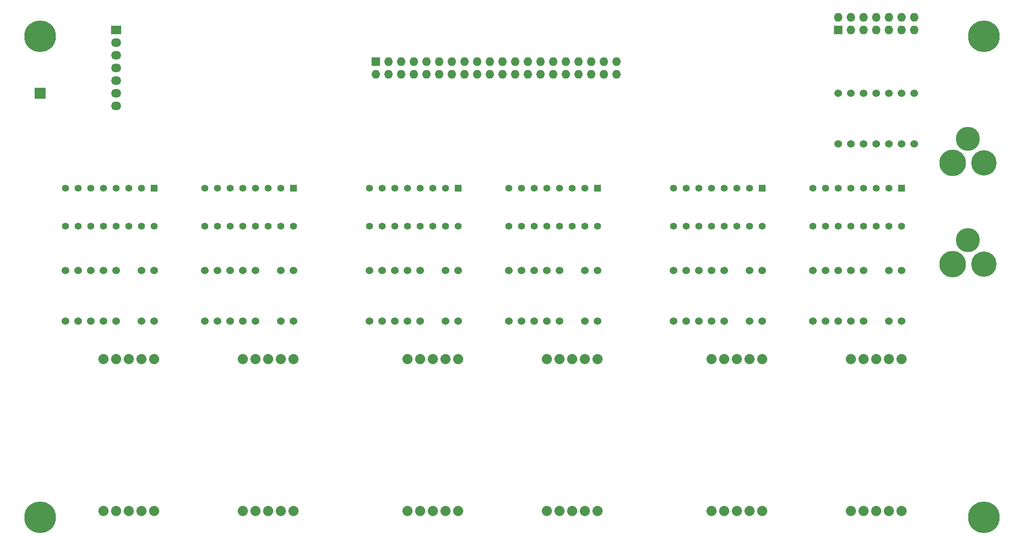
<source format=gbr>
G04 #@! TF.FileFunction,Soldermask,Bot*
%FSLAX46Y46*%
G04 Gerber Fmt 4.6, Leading zero omitted, Abs format (unit mm)*
G04 Created by KiCad (PCBNEW (2015-01-16 BZR 5376)-product) date 4/27/2015 10:46:34 PM*
%MOMM*%
G01*
G04 APERTURE LIST*
%ADD10C,0.100000*%
%ADD11R,1.727200X1.727200*%
%ADD12O,1.727200X1.727200*%
%ADD13R,2.235200X2.235200*%
%ADD14R,2.032000X1.727200*%
%ADD15O,2.032000X1.727200*%
%ADD16C,1.524000*%
%ADD17C,2.032000*%
%ADD18R,1.397000X1.397000*%
%ADD19C,1.397000*%
%ADD20C,5.080000*%
%ADD21C,5.334000*%
%ADD22C,4.826000*%
%ADD23C,6.350000*%
G04 APERTURE END LIST*
D10*
D11*
X120650000Y-29210000D03*
D12*
X120650000Y-31750000D03*
X123190000Y-29210000D03*
X123190000Y-31750000D03*
X125730000Y-29210000D03*
X125730000Y-31750000D03*
X128270000Y-29210000D03*
X128270000Y-31750000D03*
X130810000Y-29210000D03*
X130810000Y-31750000D03*
X133350000Y-29210000D03*
X133350000Y-31750000D03*
X135890000Y-29210000D03*
X135890000Y-31750000D03*
X138430000Y-29210000D03*
X138430000Y-31750000D03*
X140970000Y-29210000D03*
X140970000Y-31750000D03*
X143510000Y-29210000D03*
X143510000Y-31750000D03*
X146050000Y-29210000D03*
X146050000Y-31750000D03*
X148590000Y-29210000D03*
X148590000Y-31750000D03*
X151130000Y-29210000D03*
X151130000Y-31750000D03*
X153670000Y-29210000D03*
X153670000Y-31750000D03*
X156210000Y-29210000D03*
X156210000Y-31750000D03*
X158750000Y-29210000D03*
X158750000Y-31750000D03*
X161290000Y-29210000D03*
X161290000Y-31750000D03*
X163830000Y-29210000D03*
X163830000Y-31750000D03*
X166370000Y-29210000D03*
X166370000Y-31750000D03*
X168910000Y-29210000D03*
X168910000Y-31750000D03*
D11*
X213360000Y-22860000D03*
D12*
X213360000Y-20320000D03*
X215900000Y-22860000D03*
X215900000Y-20320000D03*
X218440000Y-22860000D03*
X218440000Y-20320000D03*
X220980000Y-22860000D03*
X220980000Y-20320000D03*
X223520000Y-22860000D03*
X223520000Y-20320000D03*
X226060000Y-22860000D03*
X226060000Y-20320000D03*
X228600000Y-22860000D03*
X228600000Y-20320000D03*
D13*
X53340000Y-35560000D03*
D14*
X68580000Y-22860000D03*
D15*
X68580000Y-25400000D03*
X68580000Y-27940000D03*
X68580000Y-30480000D03*
X68580000Y-33020000D03*
X68580000Y-35560000D03*
X68580000Y-38100000D03*
D16*
X63500000Y-81280000D03*
X63500000Y-71120000D03*
X68580000Y-81280000D03*
X68580000Y-71120000D03*
X60960000Y-81280000D03*
X60960000Y-71120000D03*
X66040000Y-81280000D03*
X66040000Y-71120000D03*
X58420000Y-81280000D03*
X58420000Y-71120000D03*
X76200000Y-81280000D03*
X76200000Y-71120000D03*
X73660000Y-81280000D03*
X73660000Y-71120000D03*
X228600000Y-45720000D03*
X228600000Y-35560000D03*
X226060000Y-45720000D03*
X226060000Y-35560000D03*
X223520000Y-45720000D03*
X223520000Y-35560000D03*
X220980000Y-45720000D03*
X220980000Y-35560000D03*
X218440000Y-45720000D03*
X218440000Y-35560000D03*
X215900000Y-45720000D03*
X215900000Y-35560000D03*
X213360000Y-45720000D03*
X213360000Y-35560000D03*
X91440000Y-81280000D03*
X91440000Y-71120000D03*
X96520000Y-81280000D03*
X96520000Y-71120000D03*
X88900000Y-81280000D03*
X88900000Y-71120000D03*
X93980000Y-81280000D03*
X93980000Y-71120000D03*
X86360000Y-81280000D03*
X86360000Y-71120000D03*
X104140000Y-81280000D03*
X104140000Y-71120000D03*
X101600000Y-81280000D03*
X101600000Y-71120000D03*
X124460000Y-81280000D03*
X124460000Y-71120000D03*
X129540000Y-81280000D03*
X129540000Y-71120000D03*
X121920000Y-81280000D03*
X121920000Y-71120000D03*
X127000000Y-81280000D03*
X127000000Y-71120000D03*
X119380000Y-81280000D03*
X119380000Y-71120000D03*
X137160000Y-81280000D03*
X137160000Y-71120000D03*
X134620000Y-81280000D03*
X134620000Y-71120000D03*
X152400000Y-81280000D03*
X152400000Y-71120000D03*
X157480000Y-81280000D03*
X157480000Y-71120000D03*
X149860000Y-81280000D03*
X149860000Y-71120000D03*
X154940000Y-81280000D03*
X154940000Y-71120000D03*
X147320000Y-81280000D03*
X147320000Y-71120000D03*
X165100000Y-81280000D03*
X165100000Y-71120000D03*
X162560000Y-81280000D03*
X162560000Y-71120000D03*
X185420000Y-81280000D03*
X185420000Y-71120000D03*
X190500000Y-81280000D03*
X190500000Y-71120000D03*
X182880000Y-81280000D03*
X182880000Y-71120000D03*
X187960000Y-81280000D03*
X187960000Y-71120000D03*
X180340000Y-81280000D03*
X180340000Y-71120000D03*
X198120000Y-81280000D03*
X198120000Y-71120000D03*
X195580000Y-81280000D03*
X195580000Y-71120000D03*
X213360000Y-81280000D03*
X213360000Y-71120000D03*
X218440000Y-81280000D03*
X218440000Y-71120000D03*
X210820000Y-81280000D03*
X210820000Y-71120000D03*
X215900000Y-81280000D03*
X215900000Y-71120000D03*
X208280000Y-81280000D03*
X208280000Y-71120000D03*
X226060000Y-81280000D03*
X226060000Y-71120000D03*
X223520000Y-81280000D03*
X223520000Y-71120000D03*
D17*
X66040000Y-119380000D03*
X68580000Y-119380000D03*
X71120000Y-119380000D03*
X73660000Y-119380000D03*
X76200000Y-119380000D03*
X76200000Y-88900000D03*
X73660000Y-88900000D03*
X71120000Y-88900000D03*
X68580000Y-88900000D03*
X66040000Y-88900000D03*
D18*
X76200000Y-54610000D03*
D19*
X73660000Y-54610000D03*
X71120000Y-54610000D03*
X68580000Y-54610000D03*
X66040000Y-54610000D03*
X63500000Y-54610000D03*
X60960000Y-54610000D03*
X58420000Y-54610000D03*
X58420000Y-62230000D03*
X60960000Y-62230000D03*
X63500000Y-62230000D03*
X66040000Y-62230000D03*
X68580000Y-62230000D03*
X71120000Y-62230000D03*
X73660000Y-62230000D03*
X76200000Y-62230000D03*
D17*
X93980000Y-119380000D03*
X96520000Y-119380000D03*
X99060000Y-119380000D03*
X101600000Y-119380000D03*
X104140000Y-119380000D03*
X104140000Y-88900000D03*
X101600000Y-88900000D03*
X99060000Y-88900000D03*
X96520000Y-88900000D03*
X93980000Y-88900000D03*
D18*
X104140000Y-54610000D03*
D19*
X101600000Y-54610000D03*
X99060000Y-54610000D03*
X96520000Y-54610000D03*
X93980000Y-54610000D03*
X91440000Y-54610000D03*
X88900000Y-54610000D03*
X86360000Y-54610000D03*
X86360000Y-62230000D03*
X88900000Y-62230000D03*
X91440000Y-62230000D03*
X93980000Y-62230000D03*
X96520000Y-62230000D03*
X99060000Y-62230000D03*
X101600000Y-62230000D03*
X104140000Y-62230000D03*
D17*
X127000000Y-119380000D03*
X129540000Y-119380000D03*
X132080000Y-119380000D03*
X134620000Y-119380000D03*
X137160000Y-119380000D03*
X137160000Y-88900000D03*
X134620000Y-88900000D03*
X132080000Y-88900000D03*
X129540000Y-88900000D03*
X127000000Y-88900000D03*
D18*
X137160000Y-54610000D03*
D19*
X134620000Y-54610000D03*
X132080000Y-54610000D03*
X129540000Y-54610000D03*
X127000000Y-54610000D03*
X124460000Y-54610000D03*
X121920000Y-54610000D03*
X119380000Y-54610000D03*
X119380000Y-62230000D03*
X121920000Y-62230000D03*
X124460000Y-62230000D03*
X127000000Y-62230000D03*
X129540000Y-62230000D03*
X132080000Y-62230000D03*
X134620000Y-62230000D03*
X137160000Y-62230000D03*
D17*
X154940000Y-119380000D03*
X157480000Y-119380000D03*
X160020000Y-119380000D03*
X162560000Y-119380000D03*
X165100000Y-119380000D03*
X165100000Y-88900000D03*
X162560000Y-88900000D03*
X160020000Y-88900000D03*
X157480000Y-88900000D03*
X154940000Y-88900000D03*
D18*
X165100000Y-54610000D03*
D19*
X162560000Y-54610000D03*
X160020000Y-54610000D03*
X157480000Y-54610000D03*
X154940000Y-54610000D03*
X152400000Y-54610000D03*
X149860000Y-54610000D03*
X147320000Y-54610000D03*
X147320000Y-62230000D03*
X149860000Y-62230000D03*
X152400000Y-62230000D03*
X154940000Y-62230000D03*
X157480000Y-62230000D03*
X160020000Y-62230000D03*
X162560000Y-62230000D03*
X165100000Y-62230000D03*
D17*
X187960000Y-119380000D03*
X190500000Y-119380000D03*
X193040000Y-119380000D03*
X195580000Y-119380000D03*
X198120000Y-119380000D03*
X198120000Y-88900000D03*
X195580000Y-88900000D03*
X193040000Y-88900000D03*
X190500000Y-88900000D03*
X187960000Y-88900000D03*
D18*
X198120000Y-54610000D03*
D19*
X195580000Y-54610000D03*
X193040000Y-54610000D03*
X190500000Y-54610000D03*
X187960000Y-54610000D03*
X185420000Y-54610000D03*
X182880000Y-54610000D03*
X180340000Y-54610000D03*
X180340000Y-62230000D03*
X182880000Y-62230000D03*
X185420000Y-62230000D03*
X187960000Y-62230000D03*
X190500000Y-62230000D03*
X193040000Y-62230000D03*
X195580000Y-62230000D03*
X198120000Y-62230000D03*
D17*
X215900000Y-119380000D03*
X218440000Y-119380000D03*
X220980000Y-119380000D03*
X223520000Y-119380000D03*
X226060000Y-119380000D03*
X226060000Y-88900000D03*
X223520000Y-88900000D03*
X220980000Y-88900000D03*
X218440000Y-88900000D03*
X215900000Y-88900000D03*
D18*
X226060000Y-54610000D03*
D19*
X223520000Y-54610000D03*
X220980000Y-54610000D03*
X218440000Y-54610000D03*
X215900000Y-54610000D03*
X213360000Y-54610000D03*
X210820000Y-54610000D03*
X208280000Y-54610000D03*
X208280000Y-62230000D03*
X210820000Y-62230000D03*
X213360000Y-62230000D03*
X215900000Y-62230000D03*
X218440000Y-62230000D03*
X220980000Y-62230000D03*
X223520000Y-62230000D03*
X226060000Y-62230000D03*
D20*
X242570000Y-49530000D03*
D21*
X236321600Y-49530000D03*
D22*
X239318800Y-44729400D03*
D20*
X242570000Y-69850000D03*
D21*
X236321600Y-69850000D03*
D22*
X239318800Y-65049400D03*
D23*
X242570000Y-120650000D03*
X53340000Y-120650000D03*
X53340000Y-24130000D03*
X242570000Y-24130000D03*
M02*

</source>
